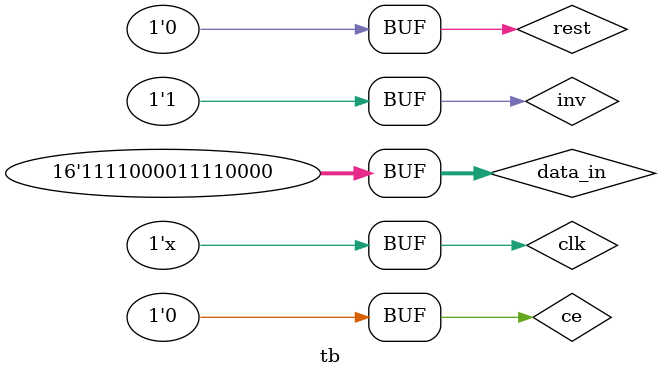
<source format=sv>
`timescale 1ns / 1ps
`include "ex.sv"


module tb ();
    reg clk, inv, ce, rest;
    reg [15:0] data_in;
    wire [15:0] data_out;

    exam exam_tb(
        .clk(clk),
        .inv(inv),
        .ce(ce),
        .rest(rest),
        .data_in(data_in),
        .data_out(data_out)
    );

    initial begin
        clk = 0;
        #5
        rest = 1;
        #5
        rest = 0;
        data_in = 0;
        inv = 0;
        ce = 0;
    end

     always
        begin
        #5 clk = ~clk;
        end
    initial 
        begin
        data_in = 16'b1111000011110000;
        #5
        ce = 1;
        #20
        ce = 0;
        #20
        inv = 1; 
    end

endmodule


</source>
